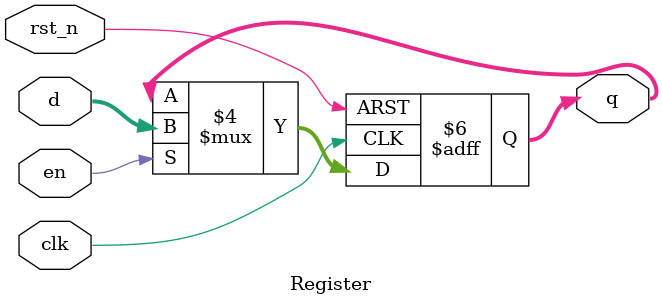
<source format=sv>
`timescale 1ns / 1ps

module Register #(
    parameter bits = 8
) (
    clk,
    rst_n,
    en,
    d,
    q
);
    input logic clk;
    input logic rst_n;
    input logic en;
    input logic [bits-1:0] d;
    output logic [bits-1:0] q;

  always @(posedge clk, negedge rst_n) begin
    if (~rst_n) q <= 'b0;
    else if (en) q <= d;
    else q <= q;
  end
  endmodule
</source>
